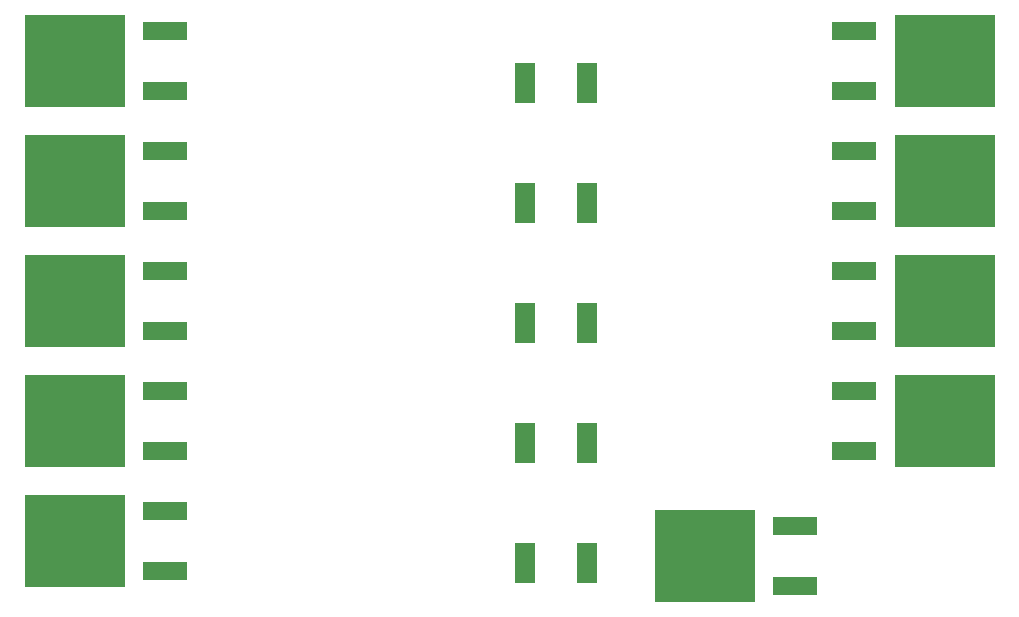
<source format=gbp>
G04 #@! TF.FileFunction,Paste,Bot*
%FSLAX46Y46*%
G04 Gerber Fmt 4.6, Leading zero omitted, Abs format (unit mm)*
G04 Created by KiCad (PCBNEW 4.0.7-e2-6376~58~ubuntu14.04.1) date Mon Apr 23 20:22:28 2018*
%MOMM*%
%LPD*%
G01*
G04 APERTURE LIST*
%ADD10C,0.100000*%
%ADD11R,8.510000X7.870000*%
%ADD12R,3.810000X1.650000*%
%ADD13R,1.780000X3.500000*%
G04 APERTURE END LIST*
D10*
D11*
X88900000Y-91440000D03*
D12*
X96525000Y-93980000D03*
X96525000Y-88900000D03*
D13*
X132280000Y-133985000D03*
X127000000Y-133985000D03*
X132280000Y-123825000D03*
X127000000Y-123825000D03*
X132280000Y-113665000D03*
X127000000Y-113665000D03*
X132280000Y-103505000D03*
X127000000Y-103505000D03*
X132280000Y-93345000D03*
X127000000Y-93345000D03*
D11*
X88900000Y-101600000D03*
D12*
X96525000Y-104140000D03*
X96525000Y-99060000D03*
D11*
X88900000Y-111760000D03*
D12*
X96525000Y-114300000D03*
X96525000Y-109220000D03*
D11*
X88900000Y-121920000D03*
D12*
X96525000Y-124460000D03*
X96525000Y-119380000D03*
D11*
X88900000Y-132080000D03*
D12*
X96525000Y-134620000D03*
X96525000Y-129540000D03*
D11*
X142240000Y-133350000D03*
D12*
X149865000Y-135890000D03*
X149865000Y-130810000D03*
D11*
X162560000Y-121920000D03*
D12*
X154935000Y-119380000D03*
X154935000Y-124460000D03*
D11*
X162560000Y-111760000D03*
D12*
X154935000Y-109220000D03*
X154935000Y-114300000D03*
D11*
X162560000Y-101600000D03*
D12*
X154935000Y-99060000D03*
X154935000Y-104140000D03*
D11*
X162560000Y-91440000D03*
D12*
X154935000Y-88900000D03*
X154935000Y-93980000D03*
M02*

</source>
